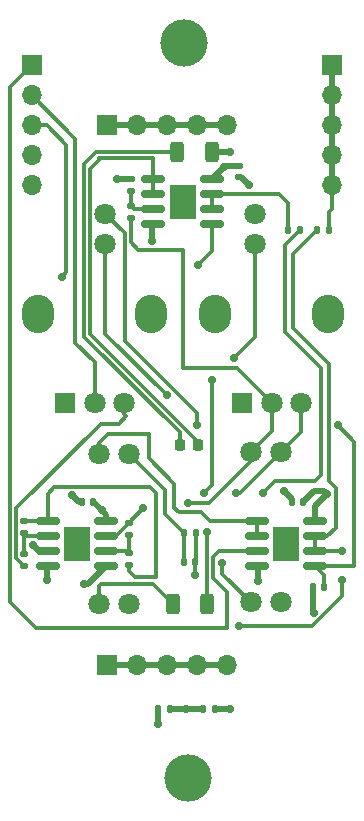
<source format=gbr>
%TF.GenerationSoftware,KiCad,Pcbnew,8.0.5*%
%TF.CreationDate,2024-11-13T11:04:00+05:30*%
%TF.ProjectId,low_pass,6c6f775f-7061-4737-932e-6b696361645f,rev?*%
%TF.SameCoordinates,Original*%
%TF.FileFunction,Copper,L1,Top*%
%TF.FilePolarity,Positive*%
%FSLAX46Y46*%
G04 Gerber Fmt 4.6, Leading zero omitted, Abs format (unit mm)*
G04 Created by KiCad (PCBNEW 8.0.5) date 2024-11-13 11:04:00*
%MOMM*%
%LPD*%
G01*
G04 APERTURE LIST*
G04 Aperture macros list*
%AMRoundRect*
0 Rectangle with rounded corners*
0 $1 Rounding radius*
0 $2 $3 $4 $5 $6 $7 $8 $9 X,Y pos of 4 corners*
0 Add a 4 corners polygon primitive as box body*
4,1,4,$2,$3,$4,$5,$6,$7,$8,$9,$2,$3,0*
0 Add four circle primitives for the rounded corners*
1,1,$1+$1,$2,$3*
1,1,$1+$1,$4,$5*
1,1,$1+$1,$6,$7*
1,1,$1+$1,$8,$9*
0 Add four rect primitives between the rounded corners*
20,1,$1+$1,$2,$3,$4,$5,0*
20,1,$1+$1,$4,$5,$6,$7,0*
20,1,$1+$1,$6,$7,$8,$9,0*
20,1,$1+$1,$8,$9,$2,$3,0*%
G04 Aperture macros list end*
%TA.AperFunction,SMDPad,CuDef*%
%ADD10RoundRect,0.135000X0.185000X-0.135000X0.185000X0.135000X-0.185000X0.135000X-0.185000X-0.135000X0*%
%TD*%
%TA.AperFunction,SMDPad,CuDef*%
%ADD11RoundRect,0.150000X-0.825000X-0.150000X0.825000X-0.150000X0.825000X0.150000X-0.825000X0.150000X0*%
%TD*%
%TA.AperFunction,HeatsinkPad*%
%ADD12R,2.290000X3.000000*%
%TD*%
%TA.AperFunction,ComponentPad*%
%ADD13R,1.700000X1.700000*%
%TD*%
%TA.AperFunction,ComponentPad*%
%ADD14O,1.700000X1.700000*%
%TD*%
%TA.AperFunction,SMDPad,CuDef*%
%ADD15RoundRect,0.135000X-0.135000X-0.185000X0.135000X-0.185000X0.135000X0.185000X-0.135000X0.185000X0*%
%TD*%
%TA.AperFunction,SMDPad,CuDef*%
%ADD16RoundRect,0.140000X-0.140000X-0.170000X0.140000X-0.170000X0.140000X0.170000X-0.140000X0.170000X0*%
%TD*%
%TA.AperFunction,SMDPad,CuDef*%
%ADD17RoundRect,0.140000X0.140000X0.170000X-0.140000X0.170000X-0.140000X-0.170000X0.140000X-0.170000X0*%
%TD*%
%TA.AperFunction,SMDPad,CuDef*%
%ADD18RoundRect,0.250000X-0.312500X-0.625000X0.312500X-0.625000X0.312500X0.625000X-0.312500X0.625000X0*%
%TD*%
%TA.AperFunction,ComponentPad*%
%ADD19O,2.720000X3.240000*%
%TD*%
%TA.AperFunction,ComponentPad*%
%ADD20R,1.800000X1.800000*%
%TD*%
%TA.AperFunction,ComponentPad*%
%ADD21C,1.800000*%
%TD*%
%TA.AperFunction,SMDPad,CuDef*%
%ADD22RoundRect,0.250000X0.312500X0.625000X-0.312500X0.625000X-0.312500X-0.625000X0.312500X-0.625000X0*%
%TD*%
%TA.AperFunction,SMDPad,CuDef*%
%ADD23RoundRect,0.218750X-0.218750X-0.256250X0.218750X-0.256250X0.218750X0.256250X-0.218750X0.256250X0*%
%TD*%
%TA.AperFunction,SMDPad,CuDef*%
%ADD24RoundRect,0.140000X-0.170000X0.140000X-0.170000X-0.140000X0.170000X-0.140000X0.170000X0.140000X0*%
%TD*%
%TA.AperFunction,SMDPad,CuDef*%
%ADD25RoundRect,0.140000X0.170000X-0.140000X0.170000X0.140000X-0.170000X0.140000X-0.170000X-0.140000X0*%
%TD*%
%TA.AperFunction,ViaPad*%
%ADD26C,0.700000*%
%TD*%
%TA.AperFunction,ViaPad*%
%ADD27C,4.000000*%
%TD*%
%TA.AperFunction,Conductor*%
%ADD28C,0.300000*%
%TD*%
%TA.AperFunction,Conductor*%
%ADD29C,0.500000*%
%TD*%
G04 APERTURE END LIST*
D10*
%TO.P,R2,1*%
%TO.N,Net-(R2-Pad1)*%
X48895000Y-88140000D03*
%TO.P,R2,2*%
%TO.N,Net-(U1A--)*%
X48895000Y-87120000D03*
%TD*%
D11*
%TO.P,U4,1*%
%TO.N,Net-(D1-A)*%
X59820000Y-55360000D03*
%TO.P,U4,2,-*%
X59820000Y-56630000D03*
%TO.P,U4,3,+*%
%TO.N,Net-(U4A-+)*%
X59820000Y-57900000D03*
%TO.P,U4,4,V-*%
%TO.N,GND*%
X59820000Y-59170000D03*
%TO.P,U4,5,+*%
%TO.N,CUTOFF_CV_IN*%
X64770000Y-59170000D03*
%TO.P,U4,6,-*%
%TO.N,Net-(U4B--)*%
X64770000Y-57900000D03*
%TO.P,U4,7*%
X64770000Y-56630000D03*
%TO.P,U4,8,V+*%
%TO.N,+5V*%
X64770000Y-55360000D03*
D12*
%TO.P,U4,9*%
%TO.N,N/C*%
X62295000Y-57265000D03*
%TD*%
D10*
%TO.P,R10,1*%
%TO.N,PROCESSED_MOD_CV*%
X57912000Y-58678000D03*
%TO.P,R10,2*%
%TO.N,Net-(U4A-+)*%
X57912000Y-57658000D03*
%TD*%
D13*
%TO.P,OUTPUT1,1,Pin_1*%
%TO.N,AUDIO_OUT*%
X74930000Y-45720000D03*
D14*
%TO.P,OUTPUT1,2,Pin_2*%
X74930000Y-48260000D03*
%TO.P,OUTPUT1,3,Pin_3*%
X74930000Y-50800000D03*
%TO.P,OUTPUT1,4,Pin_4*%
X74930000Y-53340000D03*
%TO.P,OUTPUT1,5,Pin_5*%
X74930000Y-55880000D03*
%TD*%
D15*
%TO.P,R5,1*%
%TO.N,+5V*%
X60194000Y-100203000D03*
%TO.P,R5,2*%
%TO.N,+2.5V*%
X61214000Y-100203000D03*
%TD*%
D16*
%TO.P,C5,1*%
%TO.N,Net-(C4-Pad1)*%
X62413000Y-87757000D03*
%TO.P,C5,2*%
%TO.N,Net-(U3B--)*%
X63373000Y-87757000D03*
%TD*%
D17*
%TO.P,C1,1*%
%TO.N,+5V*%
X72517000Y-82677000D03*
%TO.P,C1,2*%
%TO.N,GND*%
X71557000Y-82677000D03*
%TD*%
D10*
%TO.P,R1,1*%
%TO.N,Net-(R1-Pad1)*%
X57785000Y-88013000D03*
%TO.P,R1,2*%
%TO.N,Net-(U1B--)*%
X57785000Y-86993000D03*
%TD*%
D18*
%TO.P,R11,1*%
%TO.N,Net-(D1-K)*%
X61845000Y-53086000D03*
%TO.P,R11,2*%
%TO.N,GND*%
X64770000Y-53086000D03*
%TD*%
D13*
%TO.P,INPUT1,1,Pin_1*%
%TO.N,AUDIO_IN*%
X49530000Y-45720000D03*
D14*
%TO.P,INPUT1,2,Pin_2*%
%TO.N,MOD_CV_IN*%
X49530000Y-48260000D03*
%TO.P,INPUT1,3,Pin_3*%
%TO.N,CUTOFF_CV_IN*%
X49530000Y-50800000D03*
%TO.P,INPUT1,4,Pin_4*%
%TO.N,unconnected-(INPUT1-Pin_4-Pad4)*%
X49530000Y-53340000D03*
%TO.P,INPUT1,5,Pin_5*%
%TO.N,unconnected-(INPUT1-Pin_5-Pad5)*%
X49530000Y-55880000D03*
%TD*%
D15*
%TO.P,R6,1*%
%TO.N,+2.5V*%
X64004000Y-100203000D03*
%TO.P,R6,2*%
%TO.N,GND*%
X65024000Y-100203000D03*
%TD*%
D19*
%TO.P,RV2,*%
%TO.N,*%
X65050000Y-66805000D03*
X74650000Y-66805000D03*
D20*
%TO.P,RV2,1,1*%
%TO.N,unconnected-(RV2-Pad1)*%
X67350000Y-74305000D03*
D21*
%TO.P,RV2,2,2*%
%TO.N,PROCESSED_MOD_CV*%
X69850000Y-74305000D03*
%TO.P,RV2,3,3*%
%TO.N,Net-(R8-Pad1)*%
X72350000Y-74305000D03*
%TD*%
D15*
%TO.P,R9,1*%
%TO.N,Net-(U3B--)*%
X73658000Y-59690000D03*
%TO.P,R9,2*%
%TO.N,AUDIO_OUT*%
X74678000Y-59690000D03*
%TD*%
D11*
%TO.P,U3,1*%
%TO.N,Net-(U3A--)*%
X68580000Y-84340000D03*
%TO.P,U3,2,-*%
X68580000Y-85610000D03*
%TO.P,U3,3,+*%
%TO.N,AUDIO_IN*%
X68580000Y-86880000D03*
%TO.P,U3,4,V-*%
%TO.N,GND*%
X68580000Y-88150000D03*
%TO.P,U3,5,+*%
%TO.N,Net-(U3B-+)*%
X73530000Y-88150000D03*
%TO.P,U3,6,-*%
%TO.N,Net-(U3B--)*%
X73530000Y-86880000D03*
%TO.P,U3,7*%
X73530000Y-85610000D03*
%TO.P,U3,8,V+*%
%TO.N,+5V*%
X73530000Y-84340000D03*
D12*
%TO.P,U3,9*%
%TO.N,N/C*%
X71055000Y-86245000D03*
%TD*%
D15*
%TO.P,R7,1*%
%TO.N,Net-(U4B--)*%
X71243000Y-59690000D03*
%TO.P,R7,2*%
%TO.N,Net-(U2-+)*%
X72263000Y-59690000D03*
%TD*%
D17*
%TO.P,C2,1*%
%TO.N,+5V*%
X54737000Y-82677000D03*
%TO.P,C2,2*%
%TO.N,GND*%
X53777000Y-82677000D03*
%TD*%
D22*
%TO.P,R8,1*%
%TO.N,Net-(R8-Pad1)*%
X64389000Y-91313000D03*
%TO.P,R8,2*%
%TO.N,Net-(U5-+)*%
X61464000Y-91313000D03*
%TD*%
D23*
%TO.P,D1,1,K*%
%TO.N,Net-(D1-K)*%
X62052000Y-77851000D03*
%TO.P,D1,2,A*%
%TO.N,Net-(D1-A)*%
X63627000Y-77851000D03*
%TD*%
D11*
%TO.P,U1,1*%
%TO.N,Net-(R1-Pad1)*%
X50865000Y-84340000D03*
%TO.P,U1,2,-*%
%TO.N,Net-(U1A--)*%
X50865000Y-85610000D03*
%TO.P,U1,3,+*%
%TO.N,+2.5V*%
X50865000Y-86880000D03*
%TO.P,U1,4,V-*%
%TO.N,GND*%
X50865000Y-88150000D03*
%TO.P,U1,5,+*%
%TO.N,+2.5V*%
X55815000Y-88150000D03*
%TO.P,U1,6,-*%
%TO.N,Net-(U1B--)*%
X55815000Y-86880000D03*
%TO.P,U1,7*%
%TO.N,PROCESSED_MOD_CV*%
X55815000Y-85610000D03*
%TO.P,U1,8,V+*%
%TO.N,+5V*%
X55815000Y-84340000D03*
D12*
%TO.P,U1,9*%
%TO.N,N/C*%
X53340000Y-86245000D03*
%TD*%
D24*
%TO.P,C3,1*%
%TO.N,+5V*%
X67056000Y-54229000D03*
%TO.P,C3,2*%
%TO.N,GND*%
X67056000Y-55189000D03*
%TD*%
D10*
%TO.P,R3,1*%
%TO.N,Net-(U1B--)*%
X57785000Y-85473000D03*
%TO.P,R3,2*%
%TO.N,PROCESSED_MOD_CV*%
X57785000Y-84453000D03*
%TD*%
D17*
%TO.P,C6,1*%
%TO.N,Net-(U3B-+)*%
X74295000Y-89916000D03*
%TO.P,C6,2*%
%TO.N,+2.5V*%
X73335000Y-89916000D03*
%TD*%
D19*
%TO.P,RV1,*%
%TO.N,*%
X50064000Y-66805000D03*
X59664000Y-66805000D03*
D20*
%TO.P,RV1,1,1*%
%TO.N,unconnected-(RV1-Pad1)*%
X52364000Y-74305000D03*
D21*
%TO.P,RV1,2,2*%
%TO.N,MOD_CV_IN*%
X54864000Y-74305000D03*
%TO.P,RV1,3,3*%
%TO.N,Net-(R2-Pad1)*%
X57364000Y-74305000D03*
%TD*%
D10*
%TO.P,R4,1*%
%TO.N,Net-(U1A--)*%
X48895000Y-85348000D03*
%TO.P,R4,2*%
%TO.N,Net-(R1-Pad1)*%
X48895000Y-84328000D03*
%TD*%
D16*
%TO.P,C4,1*%
%TO.N,Net-(C4-Pad1)*%
X62441000Y-85344000D03*
%TO.P,C4,2*%
%TO.N,Net-(U3B--)*%
X63401000Y-85344000D03*
%TD*%
D25*
%TO.P,C7,1*%
%TO.N,Net-(U4A-+)*%
X57912000Y-56332000D03*
%TO.P,C7,2*%
%TO.N,GND*%
X57912000Y-55372000D03*
%TD*%
D21*
%TO.P,U2,1,-*%
%TO.N,GND*%
X70612000Y-91186000D03*
%TO.P,U2,2,+*%
%TO.N,Net-(U2-+)*%
X68072000Y-91186000D03*
%TO.P,U2,3*%
%TO.N,Net-(R8-Pad1)*%
X70612000Y-78486000D03*
%TO.P,U2,4*%
%TO.N,PROCESSED_MOD_CV*%
X68072000Y-78486000D03*
%TD*%
%TO.P,U6,1,-*%
%TO.N,GND*%
X68453000Y-58293000D03*
%TO.P,U6,2,+*%
%TO.N,Net-(U5-+)*%
X68453000Y-60833000D03*
%TO.P,U6,3*%
%TO.N,Net-(U3B-+)*%
X55753000Y-58293000D03*
%TO.P,U6,4*%
%TO.N,Net-(C4-Pad1)*%
X55753000Y-60833000D03*
%TD*%
D13*
%TO.P,GND1,1,Pin_1*%
%TO.N,GND*%
X55880000Y-96520000D03*
D14*
%TO.P,GND1,2,Pin_2*%
X58420000Y-96520000D03*
%TO.P,GND1,3,Pin_3*%
X60960000Y-96520000D03*
%TO.P,GND1,4,Pin_4*%
X63500000Y-96520000D03*
%TO.P,GND1,5,Pin_5*%
X66040000Y-96520000D03*
%TD*%
D13*
%TO.P,5V1,1,Pin_1*%
%TO.N,+5V*%
X55880000Y-50800000D03*
D14*
%TO.P,5V1,2,Pin_2*%
X58420000Y-50800000D03*
%TO.P,5V1,3,Pin_3*%
X60960000Y-50800000D03*
%TO.P,5V1,4,Pin_4*%
X63500000Y-50800000D03*
%TO.P,5V1,5,Pin_5*%
X66040000Y-50800000D03*
%TD*%
D21*
%TO.P,U5,4*%
%TO.N,Net-(U3A--)*%
X55245000Y-78613000D03*
%TO.P,U5,3*%
%TO.N,Net-(C4-Pad1)*%
X57785000Y-78613000D03*
%TO.P,U5,2,+*%
%TO.N,Net-(U5-+)*%
X55245000Y-91313000D03*
%TO.P,U5,1,-*%
%TO.N,GND*%
X57785000Y-91313000D03*
%TD*%
D26*
%TO.N,Net-(R8-Pad1)*%
X66802000Y-81915000D03*
X64389000Y-85217000D03*
%TO.N,Net-(U3B--)*%
X63373000Y-88900000D03*
X75819000Y-89281000D03*
X67056000Y-93218000D03*
X75819000Y-86868000D03*
%TO.N,+2.5V*%
X53975000Y-89662000D03*
X49595000Y-86329881D03*
X73406000Y-92075000D03*
X62611000Y-100203000D03*
%TO.N,GND*%
X68707000Y-89408000D03*
X70866000Y-81788000D03*
%TO.N,+5V*%
X74549000Y-82042000D03*
X60198000Y-101473000D03*
%TO.N,GND*%
X66294000Y-100203000D03*
X50800000Y-89281000D03*
X52959000Y-82107000D03*
%TO.N,+5V*%
X55435500Y-83375500D03*
%TO.N,Net-(U3B-+)*%
X75438000Y-76200000D03*
X63500000Y-76200000D03*
%TO.N,Net-(U5-+)*%
X64135000Y-81915000D03*
X66675000Y-70485000D03*
X64770000Y-72390000D03*
%TO.N,Net-(C4-Pad1)*%
X60960000Y-73660000D03*
%TO.N,GND*%
X66294000Y-53086000D03*
X56769000Y-55372000D03*
X59690000Y-60579000D03*
X67945000Y-55880000D03*
%TO.N,+5V*%
X65780000Y-54350000D03*
%TO.N,CUTOFF_CV_IN*%
X63627000Y-62611000D03*
X52070000Y-63627000D03*
%TO.N,Net-(U2-+)*%
X69088000Y-81915000D03*
X65659000Y-87884000D03*
%TO.N,PROCESSED_MOD_CV*%
X62738000Y-82804000D03*
X58984000Y-83241000D03*
D27*
%TO.N,*%
X62377580Y-43815000D03*
X62784908Y-106045000D03*
X62377580Y-43815000D03*
X62784908Y-106045000D03*
X62784908Y-106045000D03*
X62784908Y-106045000D03*
X62377580Y-43815000D03*
X62377580Y-43815000D03*
%TD*%
D28*
%TO.N,PROCESSED_MOD_CV*%
X58984000Y-83241000D02*
X57785000Y-84440000D01*
X57785000Y-84440000D02*
X57785000Y-84453000D01*
%TO.N,CUTOFF_CV_IN*%
X52070000Y-63627000D02*
X52451000Y-63246000D01*
X52451000Y-63246000D02*
X52451000Y-52451000D01*
X52451000Y-52451000D02*
X50800000Y-50800000D01*
X50800000Y-50800000D02*
X49530000Y-50800000D01*
%TO.N,Net-(R8-Pad1)*%
X66802000Y-81915000D02*
X67183000Y-81915000D01*
X67183000Y-81915000D02*
X70612000Y-78486000D01*
%TO.N,PROCESSED_MOD_CV*%
X62738000Y-82804000D02*
X64516000Y-82804000D01*
X64516000Y-82804000D02*
X68072000Y-79248000D01*
X68072000Y-79248000D02*
X68072000Y-78486000D01*
%TO.N,Net-(R8-Pad1)*%
X64389000Y-91313000D02*
X64389000Y-85217000D01*
D29*
%TO.N,AUDIO_OUT*%
X74930000Y-45720000D02*
X74930000Y-55880000D01*
D28*
%TO.N,Net-(U3B--)*%
X63373000Y-88900000D02*
X63373000Y-87757000D01*
X75819000Y-90651950D02*
X73252950Y-93218000D01*
X75819000Y-89281000D02*
X75819000Y-90651950D01*
X73252950Y-93218000D02*
X67056000Y-93218000D01*
%TO.N,Net-(U3B-+)*%
X75438000Y-76200000D02*
X76820000Y-77582000D01*
X76820000Y-77582000D02*
X76820000Y-88150000D01*
X76820000Y-88150000D02*
X73530000Y-88150000D01*
%TO.N,CUTOFF_CV_IN*%
X63627000Y-62611000D02*
X64770000Y-61468000D01*
X64770000Y-61468000D02*
X64770000Y-59170000D01*
%TO.N,Net-(U3B--)*%
X73530000Y-85610000D02*
X74504999Y-85610000D01*
X74504999Y-85610000D02*
X75249000Y-84865999D01*
X71628000Y-61720000D02*
X73658000Y-59690000D01*
X75249000Y-84865999D02*
X75249000Y-81472000D01*
X71628000Y-67945000D02*
X71628000Y-61720000D01*
X75249000Y-81472000D02*
X74676000Y-80899000D01*
X74676000Y-80899000D02*
X74676000Y-70993000D01*
X74676000Y-70993000D02*
X71628000Y-67945000D01*
%TO.N,Net-(U2-+)*%
X73533000Y-80899000D02*
X74041000Y-80391000D01*
X70104000Y-80899000D02*
X73533000Y-80899000D01*
X69088000Y-81915000D02*
X70104000Y-80899000D01*
X74041000Y-80391000D02*
X74041000Y-71374000D01*
X74041000Y-71374000D02*
X70993000Y-68326000D01*
X70993000Y-68326000D02*
X70993000Y-67183000D01*
D29*
%TO.N,+5V*%
X72517000Y-82677000D02*
X73406000Y-81788000D01*
X73406000Y-81788000D02*
X74295000Y-81788000D01*
X74295000Y-81788000D02*
X74549000Y-82042000D01*
X74549000Y-82042000D02*
X73530000Y-83061000D01*
X73530000Y-83061000D02*
X73530000Y-84340000D01*
%TO.N,+2.5V*%
X50145119Y-86880000D02*
X49595000Y-86329881D01*
X50865000Y-86880000D02*
X50145119Y-86880000D01*
X53975000Y-89662000D02*
X54303000Y-89662000D01*
X54303000Y-89662000D02*
X55815000Y-88150000D01*
X73335000Y-89916000D02*
X73335000Y-92004000D01*
X73335000Y-92004000D02*
X73406000Y-92075000D01*
X62611000Y-100203000D02*
X64004000Y-100203000D01*
%TO.N,GND*%
X68707000Y-89408000D02*
X68707000Y-88277000D01*
X68707000Y-88277000D02*
X68580000Y-88150000D01*
X71557000Y-82479000D02*
X70866000Y-81788000D01*
X71557000Y-82677000D02*
X71557000Y-82479000D01*
%TO.N,+5V*%
X60194000Y-101469000D02*
X60198000Y-101473000D01*
X60194000Y-100203000D02*
X60194000Y-101469000D01*
%TO.N,GND*%
X65024000Y-100203000D02*
X66294000Y-100203000D01*
%TO.N,+2.5V*%
X61214000Y-100203000D02*
X62611000Y-100203000D01*
%TO.N,GND*%
X53777000Y-82677000D02*
X53529000Y-82677000D01*
X53529000Y-82677000D02*
X52959000Y-82107000D01*
X50800000Y-89281000D02*
X50800000Y-88215000D01*
X50800000Y-88215000D02*
X50865000Y-88150000D01*
%TO.N,+5V*%
X55435500Y-83375500D02*
X54737000Y-82677000D01*
X55815000Y-84340000D02*
X55815000Y-83755000D01*
X55815000Y-83755000D02*
X55435500Y-83375500D01*
D28*
%TO.N,Net-(U3B-+)*%
X55753000Y-58293000D02*
X57404000Y-59944000D01*
X57404000Y-59944000D02*
X57404000Y-69088000D01*
X57404000Y-69088000D02*
X63500000Y-75184000D01*
X63500000Y-75184000D02*
X63500000Y-76200000D01*
%TO.N,Net-(U5-+)*%
X64770000Y-81280000D02*
X64135000Y-81915000D01*
X68453000Y-68707000D02*
X66675000Y-70485000D01*
X68453000Y-60833000D02*
X68453000Y-68707000D01*
X64770000Y-72390000D02*
X64770000Y-81280000D01*
%TO.N,Net-(C4-Pad1)*%
X55753000Y-60833000D02*
X55753000Y-68453000D01*
X55753000Y-68453000D02*
X60960000Y-73660000D01*
D29*
%TO.N,GND*%
X64770000Y-53086000D02*
X66294000Y-53086000D01*
X57912000Y-55372000D02*
X56769000Y-55372000D01*
X67056000Y-55189000D02*
X67254000Y-55189000D01*
X59690000Y-59300000D02*
X59820000Y-59170000D01*
X67254000Y-55189000D02*
X67945000Y-55880000D01*
X59690000Y-60579000D02*
X59690000Y-59300000D01*
%TO.N,+5V*%
X65780000Y-54350000D02*
X65901000Y-54229000D01*
X64770000Y-55360000D02*
X65780000Y-54350000D01*
X65901000Y-54229000D02*
X67056000Y-54229000D01*
D28*
%TO.N,AUDIO_IN*%
X49530000Y-45720000D02*
X47725000Y-47525000D01*
X64897000Y-89154000D02*
X64897000Y-87376000D01*
X47725000Y-91159000D02*
X49911000Y-93345000D01*
X49911000Y-93345000D02*
X66040000Y-93345000D01*
X66040000Y-93345000D02*
X66040000Y-90297000D01*
X47725000Y-47525000D02*
X47725000Y-91159000D01*
X66040000Y-90297000D02*
X64897000Y-89154000D01*
X65393000Y-86880000D02*
X68580000Y-86880000D01*
X64897000Y-87376000D02*
X65393000Y-86880000D01*
%TO.N,Net-(U2-+)*%
X65659000Y-87884000D02*
X65659000Y-88773000D01*
X65659000Y-88773000D02*
X68072000Y-91186000D01*
%TO.N,Net-(R2-Pad1)*%
X57364000Y-74305000D02*
X57364000Y-75271000D01*
X57364000Y-75271000D02*
X57531000Y-75438000D01*
X56896000Y-76073000D02*
X55372000Y-76073000D01*
X57531000Y-75438000D02*
X56896000Y-76073000D01*
X48225000Y-87470000D02*
X48895000Y-88140000D01*
X55372000Y-76073000D02*
X48225000Y-83220000D01*
X48225000Y-83220000D02*
X48225000Y-87470000D01*
%TO.N,PROCESSED_MOD_CV*%
X69850000Y-74305000D02*
X66919000Y-71374000D01*
X62357000Y-71374000D02*
X62357000Y-61341000D01*
X62357000Y-61341000D02*
X58547000Y-61341000D01*
X66919000Y-71374000D02*
X62357000Y-71374000D01*
X58547000Y-61341000D02*
X57912000Y-60706000D01*
X57912000Y-60706000D02*
X57912000Y-58678000D01*
%TO.N,Net-(U4A-+)*%
X57912000Y-56332000D02*
X57912000Y-57658000D01*
X59820000Y-57900000D02*
X58154000Y-57900000D01*
X58154000Y-57900000D02*
X57912000Y-57658000D01*
%TO.N,Net-(D1-A)*%
X59820000Y-55360000D02*
X59820000Y-56630000D01*
X63627000Y-77851000D02*
X63627000Y-77651894D01*
X63627000Y-77651894D02*
X54483000Y-68507894D01*
X54483000Y-68507894D02*
X54483000Y-54483000D01*
X54483000Y-54483000D02*
X55245000Y-53721000D01*
X55245000Y-53721000D02*
X55245000Y-53586000D01*
X55245000Y-53586000D02*
X59809000Y-53586000D01*
X59809000Y-53586000D02*
X59820000Y-53597000D01*
X59820000Y-53597000D02*
X59820000Y-55360000D01*
%TO.N,Net-(D1-K)*%
X62052000Y-77851000D02*
X62052000Y-76784000D01*
X62052000Y-76784000D02*
X53975000Y-68707000D01*
X53975000Y-54102000D02*
X54991000Y-53086000D01*
X53975000Y-68707000D02*
X53975000Y-54102000D01*
X54991000Y-53086000D02*
X61845000Y-53086000D01*
%TO.N,Net-(U4B--)*%
X64770000Y-57900000D02*
X64770000Y-56630000D01*
X71243000Y-59690000D02*
X71243000Y-57400000D01*
X71243000Y-57400000D02*
X70473000Y-56630000D01*
X70473000Y-56630000D02*
X64770000Y-56630000D01*
%TO.N,Net-(U5-+)*%
X61464000Y-91313000D02*
X59813000Y-89662000D01*
X59813000Y-89662000D02*
X55372000Y-89662000D01*
X55372000Y-89662000D02*
X55245000Y-89789000D01*
X55245000Y-89789000D02*
X55245000Y-91313000D01*
%TO.N,AUDIO_OUT*%
X74930000Y-55880000D02*
X74930000Y-57912000D01*
X74678000Y-58164000D02*
X74678000Y-59690000D01*
X74930000Y-57912000D02*
X74678000Y-58164000D01*
%TO.N,Net-(U3B-+)*%
X73530000Y-88150000D02*
X73902000Y-88150000D01*
X73902000Y-88150000D02*
X74041000Y-88011000D01*
X73530000Y-88150000D02*
X74295000Y-88915000D01*
X74295000Y-88915000D02*
X74295000Y-89916000D01*
%TO.N,PROCESSED_MOD_CV*%
X69850000Y-74305000D02*
X69850000Y-76708000D01*
X69850000Y-76708000D02*
X68072000Y-78486000D01*
%TO.N,Net-(U3A--)*%
X68580000Y-84340000D02*
X64655000Y-84340000D01*
X64655000Y-84340000D02*
X63881000Y-83566000D01*
X61976000Y-83566000D02*
X61595000Y-83185000D01*
X63881000Y-83566000D02*
X61976000Y-83566000D01*
X61595000Y-83185000D02*
X61595000Y-81153000D01*
X61595000Y-81153000D02*
X59436000Y-78994000D01*
X59436000Y-78994000D02*
X59436000Y-76962000D01*
X59436000Y-76962000D02*
X56007000Y-76962000D01*
X56007000Y-76962000D02*
X55245000Y-77724000D01*
X55245000Y-77724000D02*
X55245000Y-78613000D01*
%TO.N,Net-(U3B--)*%
X73530000Y-85610000D02*
X73530000Y-86880000D01*
%TO.N,Net-(U3A--)*%
X68580000Y-84340000D02*
X68580000Y-85610000D01*
%TO.N,Net-(U3B--)*%
X63401000Y-85344000D02*
X63401000Y-87729000D01*
X63401000Y-87729000D02*
X63373000Y-87757000D01*
%TO.N,Net-(C4-Pad1)*%
X62441000Y-85344000D02*
X62441000Y-87729000D01*
X62441000Y-87729000D02*
X62413000Y-87757000D01*
X57785000Y-78613000D02*
X60833000Y-81661000D01*
X60833000Y-81661000D02*
X60833000Y-83736000D01*
X60833000Y-83736000D02*
X62441000Y-85344000D01*
%TO.N,Net-(R8-Pad1)*%
X72350000Y-74305000D02*
X72350000Y-76748000D01*
X72350000Y-76748000D02*
X70612000Y-78486000D01*
%TO.N,Net-(R1-Pad1)*%
X57785000Y-88013000D02*
X57785000Y-88519000D01*
X57785000Y-88519000D02*
X58293000Y-89027000D01*
X51435000Y-81407000D02*
X50865000Y-81977000D01*
X58293000Y-89027000D02*
X60071000Y-89027000D01*
X60071000Y-89027000D02*
X60071000Y-81915000D01*
X50865000Y-81977000D02*
X50865000Y-84340000D01*
X60071000Y-81915000D02*
X59563000Y-81407000D01*
X59563000Y-81407000D02*
X51435000Y-81407000D01*
%TO.N,Net-(U1B--)*%
X55815000Y-86880000D02*
X57672000Y-86880000D01*
X57672000Y-86880000D02*
X57785000Y-86993000D01*
X57785000Y-85473000D02*
X57785000Y-86993000D01*
%TO.N,PROCESSED_MOD_CV*%
X55815000Y-85610000D02*
X56628000Y-85610000D01*
X56628000Y-85610000D02*
X57785000Y-84453000D01*
%TO.N,Net-(R1-Pad1)*%
X48895000Y-84328000D02*
X50853000Y-84328000D01*
X50853000Y-84328000D02*
X50865000Y-84340000D01*
%TO.N,Net-(U1A--)*%
X50865000Y-85610000D02*
X49157000Y-85610000D01*
X49157000Y-85610000D02*
X48895000Y-85348000D01*
X48895000Y-87120000D02*
X48895000Y-85348000D01*
%TO.N,MOD_CV_IN*%
X49530000Y-48260000D02*
X53213000Y-51943000D01*
X54864000Y-70866000D02*
X54864000Y-74305000D01*
X53213000Y-51943000D02*
X53213000Y-69215000D01*
X53213000Y-69215000D02*
X54864000Y-70866000D01*
D29*
%TO.N,GND*%
X55880000Y-96520000D02*
X66040000Y-96520000D01*
%TO.N,+5V*%
X55880000Y-50800000D02*
X66040000Y-50800000D01*
D28*
%TO.N,Net-(U2-+)*%
X70993000Y-67945000D02*
X70993000Y-60960000D01*
X70993000Y-60960000D02*
X72263000Y-59690000D01*
%TO.N,Net-(U3B--)*%
X73530000Y-86880000D02*
X75807000Y-86880000D01*
X75807000Y-86880000D02*
X75819000Y-86868000D01*
%TD*%
M02*

</source>
